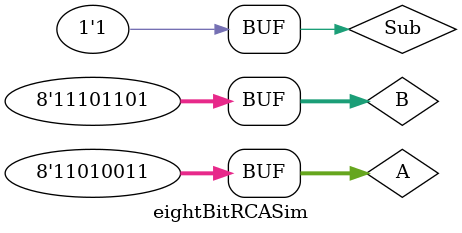
<source format=v>
`timescale 1ns / 1ps


module eightBitRCASim( );

    reg [7:0] A, B;
    reg Sub;
    wire [7:0] Out;
    wire Error;
    
    eightBitRCA UUT(.A(A), .B(B), .Sub(Sub), .Out(Out), .Error(Error));
    
    initial begin
        Sub=0;
        A=8'b00000111;
        B=8'b00110101;
        #10;
        
        B=8'b00111101;
        #10;
       
        B=8'b10111101;
        #10;
        
        B=8'b11101101;
        #10;
        
        A=8'b11010011;
        B=8'b00110101;
        #10;
        
        B=8'b00111101;
        #10;
       
        B=8'b10111101;
        #10;
        
        B=8'b11101101;
        #10;
        
        Sub=1;
        A=8'b00000111;
        B=8'b00110101;
        #10;
        
        B=8'b00111101;
        #10;
       
        B=8'b10111101;
        #10;
        
        B=8'b11101101;
        #10;
        
        A=8'b11010011;
        B=8'b00110101;
        #10;
        
        B=8'b00111101;
        #10;
       
        B=8'b10111101;
        #10;
        
        B=8'b11101101;
        #10;
    end
endmodule

</source>
